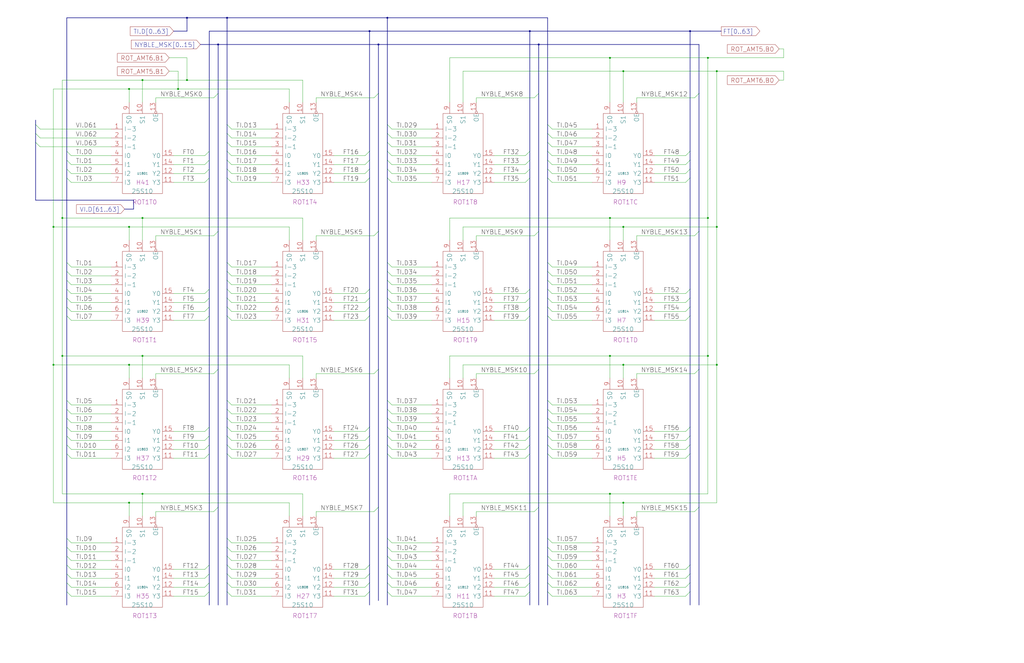
<source format=kicad_sch>
(kicad_sch (version 20250114) (generator "eeschema") (generator_version "9.0")
  (paper "User" 584.2 378.46)
  (title_block (title "ROTATOR TIER1/TYPE HALF") (date "20-MAR-90") (rev "1.0") (comment 1 "FIU") (comment 2 "232-003065") (comment 3 "S400") (comment 4 "RELEASED"))
  (junction (at 106.68 10.16))
  (junction (at 355.6 208.28))
  (junction (at 215.9 25.4))
  (junction (at 35.56 124.46))
  (junction (at 220.98 10.16))
  (junction (at 35.56 203.2))
  (junction (at 403.86 124.46))
  (junction (at 129.54 10.16))
  (junction (at 307.34 25.4))
  (junction (at 106.68 45.72))
  (junction (at 347.98 281.94))
  (junction (at 355.6 287.02))
  (junction (at 347.98 124.46))
  (junction (at 355.6 129.54))
  (junction (at 408.94 40.64))
  (junction (at 347.98 203.2))
  (junction (at 73.66 50.8))
  (junction (at 355.6 40.64))
  (junction (at 73.66 129.54))
  (junction (at 408.94 129.54))
  (junction (at 73.66 287.02))
  (junction (at 408.94 208.28))
  (junction (at 30.48 208.28))
  (junction (at 347.98 33.02))
  (junction (at 81.28 281.94))
  (junction (at 30.48 129.54))
  (junction (at 124.46 25.4))
  (junction (at 81.28 124.46))
  (junction (at 101.6 50.8))
  (junction (at 81.28 203.2))
  (junction (at 210.82 17.78))
  (junction (at 393.7 17.78))
  (junction (at 403.86 33.02))
  (junction (at 403.86 203.2))
  (junction (at 302.26 17.78))
  (junction (at 81.28 45.72))
  (junction (at 73.66 208.28))
  (bus_entry (at 312.42 96.52) (size 2.54 2.54))
  (bus_entry (at 307.34 289.56) (size -2.54 2.54))
  (bus_entry (at 393.7 337.82) (size -2.54 2.54))
  (bus_entry (at 38.1 322.58) (size 2.54 2.54))
  (bus_entry (at 393.7 170.18) (size -2.54 2.54))
  (bus_entry (at 129.54 259.08) (size 2.54 2.54))
  (bus_entry (at 129.54 233.68) (size 2.54 2.54))
  (bus_entry (at 393.7 91.44) (size -2.54 2.54))
  (bus_entry (at 312.42 180.34) (size 2.54 2.54))
  (bus_entry (at 312.42 101.6) (size 2.54 2.54))
  (bus_entry (at 220.98 322.58) (size 2.54 2.54))
  (bus_entry (at 124.46 210.82) (size -2.54 2.54))
  (bus_entry (at 220.98 248.92) (size 2.54 2.54))
  (bus_entry (at 220.98 96.52) (size 2.54 2.54))
  (bus_entry (at 129.54 228.6) (size 2.54 2.54))
  (bus_entry (at 129.54 149.86) (size 2.54 2.54))
  (bus_entry (at 129.54 170.18) (size 2.54 2.54))
  (bus_entry (at 393.7 101.6) (size -2.54 2.54))
  (bus_entry (at 312.42 149.86) (size 2.54 2.54))
  (bus_entry (at 215.9 53.34) (size -2.54 2.54))
  (bus_entry (at 220.98 154.94) (size 2.54 2.54))
  (bus_entry (at 312.42 160.02) (size 2.54 2.54))
  (bus_entry (at 302.26 243.84) (size -2.54 2.54))
  (bus_entry (at 312.42 248.92) (size 2.54 2.54))
  (bus_entry (at 220.98 160.02) (size 2.54 2.54))
  (bus_entry (at 129.54 175.26) (size 2.54 2.54))
  (bus_entry (at 38.1 180.34) (size 2.54 2.54))
  (bus_entry (at 220.98 332.74) (size 2.54 2.54))
  (bus_entry (at 393.7 175.26) (size -2.54 2.54))
  (bus_entry (at 312.42 332.74) (size 2.54 2.54))
  (bus_entry (at 38.1 238.76) (size 2.54 2.54))
  (bus_entry (at 38.1 243.84) (size 2.54 2.54))
  (bus_entry (at 119.38 248.92) (size -2.54 2.54))
  (bus_entry (at 312.42 228.6) (size 2.54 2.54))
  (bus_entry (at 312.42 337.82) (size 2.54 2.54))
  (bus_entry (at 398.78 289.56) (size -2.54 2.54))
  (bus_entry (at 302.26 337.82) (size -2.54 2.54))
  (bus_entry (at 210.82 96.52) (size -2.54 2.54))
  (bus_entry (at 220.98 243.84) (size 2.54 2.54))
  (bus_entry (at 398.78 210.82) (size -2.54 2.54))
  (bus_entry (at 119.38 254) (size -2.54 2.54))
  (bus_entry (at 393.7 165.1) (size -2.54 2.54))
  (bus_entry (at 20.32 71.12) (size 2.54 2.54))
  (bus_entry (at 38.1 154.94) (size 2.54 2.54))
  (bus_entry (at 119.38 332.74) (size -2.54 2.54))
  (bus_entry (at 393.7 322.58) (size -2.54 2.54))
  (bus_entry (at 220.98 175.26) (size 2.54 2.54))
  (bus_entry (at 38.1 160.02) (size 2.54 2.54))
  (bus_entry (at 124.46 53.34) (size -2.54 2.54))
  (bus_entry (at 38.1 91.44) (size 2.54 2.54))
  (bus_entry (at 119.38 86.36) (size -2.54 2.54))
  (bus_entry (at 210.82 254) (size -2.54 2.54))
  (bus_entry (at 312.42 154.94) (size 2.54 2.54))
  (bus_entry (at 393.7 254) (size -2.54 2.54))
  (bus_entry (at 38.1 175.26) (size 2.54 2.54))
  (bus_entry (at 38.1 259.08) (size 2.54 2.54))
  (bus_entry (at 210.82 248.92) (size -2.54 2.54))
  (bus_entry (at 312.42 233.68) (size 2.54 2.54))
  (bus_entry (at 215.9 132.08) (size -2.54 2.54))
  (bus_entry (at 398.78 132.08) (size -2.54 2.54))
  (bus_entry (at 220.98 317.5) (size 2.54 2.54))
  (bus_entry (at 129.54 86.36) (size 2.54 2.54))
  (bus_entry (at 129.54 91.44) (size 2.54 2.54))
  (bus_entry (at 312.42 170.18) (size 2.54 2.54))
  (bus_entry (at 393.7 180.34) (size -2.54 2.54))
  (bus_entry (at 129.54 307.34) (size 2.54 2.54))
  (bus_entry (at 119.38 170.18) (size -2.54 2.54))
  (bus_entry (at 38.1 337.82) (size 2.54 2.54))
  (bus_entry (at 124.46 132.08) (size -2.54 2.54))
  (bus_entry (at 129.54 243.84) (size 2.54 2.54))
  (bus_entry (at 307.34 132.08) (size -2.54 2.54))
  (bus_entry (at 38.1 228.6) (size 2.54 2.54))
  (bus_entry (at 215.9 289.56) (size -2.54 2.54))
  (bus_entry (at 129.54 337.82) (size 2.54 2.54))
  (bus_entry (at 312.42 81.28) (size 2.54 2.54))
  (bus_entry (at 119.38 175.26) (size -2.54 2.54))
  (bus_entry (at 312.42 238.76) (size 2.54 2.54))
  (bus_entry (at 210.82 175.26) (size -2.54 2.54))
  (bus_entry (at 210.82 259.08) (size -2.54 2.54))
  (bus_entry (at 302.26 86.36) (size -2.54 2.54))
  (bus_entry (at 129.54 96.52) (size 2.54 2.54))
  (bus_entry (at 393.7 259.08) (size -2.54 2.54))
  (bus_entry (at 302.26 322.58) (size -2.54 2.54))
  (bus_entry (at 220.98 165.1) (size 2.54 2.54))
  (bus_entry (at 312.42 175.26) (size 2.54 2.54))
  (bus_entry (at 220.98 238.76) (size 2.54 2.54))
  (bus_entry (at 20.32 81.28) (size 2.54 2.54))
  (bus_entry (at 210.82 86.36) (size -2.54 2.54))
  (bus_entry (at 38.1 317.5) (size 2.54 2.54))
  (bus_entry (at 302.26 180.34) (size -2.54 2.54))
  (bus_entry (at 393.7 243.84) (size -2.54 2.54))
  (bus_entry (at 220.98 71.12) (size 2.54 2.54))
  (bus_entry (at 302.26 165.1) (size -2.54 2.54))
  (bus_entry (at 220.98 149.86) (size 2.54 2.54))
  (bus_entry (at 302.26 254) (size -2.54 2.54))
  (bus_entry (at 129.54 322.58) (size 2.54 2.54))
  (bus_entry (at 119.38 101.6) (size -2.54 2.54))
  (bus_entry (at 210.82 337.82) (size -2.54 2.54))
  (bus_entry (at 38.1 101.6) (size 2.54 2.54))
  (bus_entry (at 210.82 332.74) (size -2.54 2.54))
  (bus_entry (at 210.82 165.1) (size -2.54 2.54))
  (bus_entry (at 119.38 96.52) (size -2.54 2.54))
  (bus_entry (at 210.82 322.58) (size -2.54 2.54))
  (bus_entry (at 393.7 248.92) (size -2.54 2.54))
  (bus_entry (at 129.54 76.2) (size 2.54 2.54))
  (bus_entry (at 312.42 243.84) (size 2.54 2.54))
  (bus_entry (at 38.1 233.68) (size 2.54 2.54))
  (bus_entry (at 129.54 154.94) (size 2.54 2.54))
  (bus_entry (at 215.9 210.82) (size -2.54 2.54))
  (bus_entry (at 312.42 165.1) (size 2.54 2.54))
  (bus_entry (at 220.98 259.08) (size 2.54 2.54))
  (bus_entry (at 38.1 327.66) (size 2.54 2.54))
  (bus_entry (at 312.42 312.42) (size 2.54 2.54))
  (bus_entry (at 38.1 248.92) (size 2.54 2.54))
  (bus_entry (at 312.42 327.66) (size 2.54 2.54))
  (bus_entry (at 393.7 96.52) (size -2.54 2.54))
  (bus_entry (at 129.54 327.66) (size 2.54 2.54))
  (bus_entry (at 38.1 165.1) (size 2.54 2.54))
  (bus_entry (at 220.98 81.28) (size 2.54 2.54))
  (bus_entry (at 129.54 81.28) (size 2.54 2.54))
  (bus_entry (at 210.82 170.18) (size -2.54 2.54))
  (bus_entry (at 220.98 91.44) (size 2.54 2.54))
  (bus_entry (at 38.1 254) (size 2.54 2.54))
  (bus_entry (at 220.98 327.66) (size 2.54 2.54))
  (bus_entry (at 302.26 332.74) (size -2.54 2.54))
  (bus_entry (at 119.38 322.58) (size -2.54 2.54))
  (bus_entry (at 210.82 327.66) (size -2.54 2.54))
  (bus_entry (at 220.98 101.6) (size 2.54 2.54))
  (bus_entry (at 119.38 243.84) (size -2.54 2.54))
  (bus_entry (at 220.98 312.42) (size 2.54 2.54))
  (bus_entry (at 307.34 53.34) (size -2.54 2.54))
  (bus_entry (at 119.38 259.08) (size -2.54 2.54))
  (bus_entry (at 119.38 91.44) (size -2.54 2.54))
  (bus_entry (at 220.98 76.2) (size 2.54 2.54))
  (bus_entry (at 312.42 322.58) (size 2.54 2.54))
  (bus_entry (at 129.54 248.92) (size 2.54 2.54))
  (bus_entry (at 302.26 248.92) (size -2.54 2.54))
  (bus_entry (at 38.1 332.74) (size 2.54 2.54))
  (bus_entry (at 312.42 307.34) (size 2.54 2.54))
  (bus_entry (at 119.38 337.82) (size -2.54 2.54))
  (bus_entry (at 210.82 180.34) (size -2.54 2.54))
  (bus_entry (at 129.54 254) (size 2.54 2.54))
  (bus_entry (at 307.34 210.82) (size -2.54 2.54))
  (bus_entry (at 129.54 160.02) (size 2.54 2.54))
  (bus_entry (at 119.38 327.66) (size -2.54 2.54))
  (bus_entry (at 302.26 96.52) (size -2.54 2.54))
  (bus_entry (at 302.26 170.18) (size -2.54 2.54))
  (bus_entry (at 220.98 233.68) (size 2.54 2.54))
  (bus_entry (at 129.54 332.74) (size 2.54 2.54))
  (bus_entry (at 220.98 170.18) (size 2.54 2.54))
  (bus_entry (at 129.54 101.6) (size 2.54 2.54))
  (bus_entry (at 398.78 53.34) (size -2.54 2.54))
  (bus_entry (at 312.42 76.2) (size 2.54 2.54))
  (bus_entry (at 38.1 170.18) (size 2.54 2.54))
  (bus_entry (at 38.1 307.34) (size 2.54 2.54))
  (bus_entry (at 312.42 86.36) (size 2.54 2.54))
  (bus_entry (at 393.7 86.36) (size -2.54 2.54))
  (bus_entry (at 312.42 91.44) (size 2.54 2.54))
  (bus_entry (at 129.54 165.1) (size 2.54 2.54))
  (bus_entry (at 220.98 228.6) (size 2.54 2.54))
  (bus_entry (at 124.46 289.56) (size -2.54 2.54))
  (bus_entry (at 220.98 180.34) (size 2.54 2.54))
  (bus_entry (at 20.32 76.2) (size 2.54 2.54))
  (bus_entry (at 38.1 86.36) (size 2.54 2.54))
  (bus_entry (at 312.42 254) (size 2.54 2.54))
  (bus_entry (at 220.98 254) (size 2.54 2.54))
  (bus_entry (at 312.42 71.12) (size 2.54 2.54))
  (bus_entry (at 302.26 327.66) (size -2.54 2.54))
  (bus_entry (at 302.26 175.26) (size -2.54 2.54))
  (bus_entry (at 129.54 180.34) (size 2.54 2.54))
  (bus_entry (at 220.98 86.36) (size 2.54 2.54))
  (bus_entry (at 129.54 238.76) (size 2.54 2.54))
  (bus_entry (at 119.38 165.1) (size -2.54 2.54))
  (bus_entry (at 38.1 96.52) (size 2.54 2.54))
  (bus_entry (at 302.26 101.6) (size -2.54 2.54))
  (bus_entry (at 119.38 180.34) (size -2.54 2.54))
  (bus_entry (at 302.26 91.44) (size -2.54 2.54))
  (bus_entry (at 302.26 259.08) (size -2.54 2.54))
  (bus_entry (at 393.7 327.66) (size -2.54 2.54))
  (bus_entry (at 210.82 91.44) (size -2.54 2.54))
  (bus_entry (at 129.54 312.42) (size 2.54 2.54))
  (bus_entry (at 129.54 71.12) (size 2.54 2.54))
  (bus_entry (at 210.82 101.6) (size -2.54 2.54))
  (bus_entry (at 393.7 332.74) (size -2.54 2.54))
  (bus_entry (at 38.1 149.86) (size 2.54 2.54))
  (bus_entry (at 220.98 307.34) (size 2.54 2.54))
  (bus_entry (at 312.42 317.5) (size 2.54 2.54))
  (bus_entry (at 210.82 243.84) (size -2.54 2.54))
  (bus_entry (at 312.42 259.08) (size 2.54 2.54))
  (bus_entry (at 129.54 317.5) (size 2.54 2.54))
  (bus_entry (at 220.98 337.82) (size 2.54 2.54))
  (bus_entry (at 38.1 312.42) (size 2.54 2.54))
  (bus (pts (xy 119.38 327.66) (xy 119.38 332.74)))
  (bus (pts (xy 210.82 254) (xy 210.82 259.08)))
  (bus (pts (xy 106.68 10.16) (xy 129.54 10.16)))
  (bus (pts (xy 119.38 243.84) (xy 119.38 248.92)))
  (bus (pts (xy 393.7 180.34) (xy 393.7 243.84)))
  (bus (pts (xy 393.7 327.66) (xy 393.7 332.74)))
  (bus (pts (xy 312.42 10.16) (xy 312.42 71.12)))
  (wire (pts (xy 40.64 309.88) (xy 63.5 309.88)))
  (wire (pts (xy 223.52 241.3) (xy 246.38 241.3)))
  (bus (pts (xy 312.42 76.2) (xy 312.42 81.28)))
  (wire (pts (xy 99.06 177.8) (xy 116.84 177.8)))
  (bus (pts (xy 220.98 165.1) (xy 220.98 170.18)))
  (bus (pts (xy 38.1 154.94) (xy 38.1 160.02)))
  (wire (pts (xy 314.96 152.4) (xy 337.82 152.4)))
  (bus (pts (xy 220.98 149.86) (xy 220.98 154.94)))
  (bus (pts (xy 312.42 86.36) (xy 312.42 91.44)))
  (wire (pts (xy 256.54 33.02) (xy 347.98 33.02)))
  (wire (pts (xy 73.66 129.54) (xy 165.1 129.54)))
  (bus (pts (xy 393.7 259.08) (xy 393.7 322.58)))
  (bus (pts (xy 119.38 91.44) (xy 119.38 96.52)))
  (wire (pts (xy 363.22 134.62) (xy 363.22 137.16)))
  (bus (pts (xy 129.54 160.02) (xy 129.54 165.1)))
  (wire (pts (xy 132.08 104.14) (xy 154.94 104.14)))
  (bus (pts (xy 398.78 25.4) (xy 398.78 53.34)))
  (wire (pts (xy 40.64 320.04) (xy 63.5 320.04)))
  (bus (pts (xy 215.9 53.34) (xy 215.9 132.08)))
  (bus (pts (xy 312.42 317.5) (xy 312.42 322.58)))
  (wire (pts (xy 40.64 246.38) (xy 63.5 246.38)))
  (bus (pts (xy 119.38 86.36) (xy 119.38 91.44)))
  (wire (pts (xy 172.72 203.2) (xy 172.72 215.9)))
  (bus (pts (xy 312.42 71.12) (xy 312.42 76.2)))
  (bus (pts (xy 129.54 312.42) (xy 129.54 317.5)))
  (wire (pts (xy 73.66 208.28) (xy 73.66 215.9)))
  (wire (pts (xy 314.96 236.22) (xy 337.82 236.22)))
  (wire (pts (xy 355.6 208.28) (xy 264.16 208.28)))
  (bus (pts (xy 38.1 312.42) (xy 38.1 317.5)))
  (wire (pts (xy 101.6 40.64) (xy 101.6 50.8)))
  (wire (pts (xy 132.08 83.82) (xy 154.94 83.82)))
  (wire (pts (xy 99.06 340.36) (xy 116.84 340.36)))
  (bus (pts (xy 312.42 248.92) (xy 312.42 254)))
  (wire (pts (xy 88.9 55.88) (xy 88.9 58.42)))
  (wire (pts (xy 256.54 281.94) (xy 256.54 294.64)))
  (wire (pts (xy 99.06 335.28) (xy 116.84 335.28)))
  (wire (pts (xy 40.64 231.14) (xy 63.5 231.14)))
  (bus (pts (xy 220.98 86.36) (xy 220.98 91.44)))
  (bus (pts (xy 220.98 259.08) (xy 220.98 307.34)))
  (wire (pts (xy 132.08 261.62) (xy 154.94 261.62)))
  (wire (pts (xy 180.34 292.1) (xy 180.34 294.64)))
  (wire (pts (xy 172.72 45.72) (xy 172.72 58.42)))
  (bus (pts (xy 129.54 307.34) (xy 129.54 312.42)))
  (bus (pts (xy 393.7 91.44) (xy 393.7 96.52)))
  (wire (pts (xy 81.28 281.94) (xy 81.28 294.64)))
  (bus (pts (xy 38.1 238.76) (xy 38.1 243.84)))
  (bus (pts (xy 307.34 210.82) (xy 307.34 289.56)))
  (wire (pts (xy 99.06 99.06) (xy 116.84 99.06)))
  (wire (pts (xy 165.1 287.02) (xy 165.1 294.64)))
  (wire (pts (xy 314.96 182.88) (xy 337.82 182.88)))
  (wire (pts (xy 223.52 162.56) (xy 246.38 162.56)))
  (bus (pts (xy 312.42 149.86) (xy 312.42 154.94)))
  (bus (pts (xy 220.98 91.44) (xy 220.98 96.52)))
  (bus (pts (xy 119.38 180.34) (xy 119.38 243.84)))
  (wire (pts (xy 106.68 45.72) (xy 172.72 45.72)))
  (wire (pts (xy 132.08 256.54) (xy 154.94 256.54)))
  (bus (pts (xy 38.1 175.26) (xy 38.1 180.34)))
  (wire (pts (xy 132.08 314.96) (xy 154.94 314.96)))
  (bus (pts (xy 220.98 243.84) (xy 220.98 248.92)))
  (bus (pts (xy 99.06 17.78) (xy 106.68 17.78)))
  (wire (pts (xy 281.94 93.98) (xy 299.72 93.98)))
  (bus (pts (xy 220.98 170.18) (xy 220.98 175.26)))
  (wire (pts (xy 271.78 134.62) (xy 271.78 137.16)))
  (wire (pts (xy 40.64 177.8) (xy 63.5 177.8)))
  (wire (pts (xy 190.5 104.14) (xy 208.28 104.14)))
  (bus (pts (xy 38.1 101.6) (xy 38.1 149.86)))
  (wire (pts (xy 132.08 246.38) (xy 154.94 246.38)))
  (bus (pts (xy 210.82 17.78) (xy 210.82 86.36)))
  (bus (pts (xy 220.98 312.42) (xy 220.98 317.5)))
  (wire (pts (xy 373.38 93.98) (xy 391.16 93.98)))
  (bus (pts (xy 312.42 91.44) (xy 312.42 96.52)))
  (bus (pts (xy 393.7 17.78) (xy 411.48 17.78)))
  (bus (pts (xy 312.42 180.34) (xy 312.42 228.6)))
  (wire (pts (xy 373.38 99.06) (xy 391.16 99.06)))
  (bus (pts (xy 302.26 165.1) (xy 302.26 170.18)))
  (wire (pts (xy 190.5 167.64) (xy 208.28 167.64)))
  (wire (pts (xy 81.28 281.94) (xy 35.56 281.94)))
  (bus (pts (xy 76.2 119.38) (xy 76.2 114.3)))
  (bus (pts (xy 220.98 248.92) (xy 220.98 254)))
  (bus (pts (xy 210.82 259.08) (xy 210.82 322.58)))
  (wire (pts (xy 99.06 167.64) (xy 116.84 167.64)))
  (wire (pts (xy 264.16 287.02) (xy 355.6 287.02)))
  (wire (pts (xy 190.5 340.36) (xy 208.28 340.36)))
  (bus (pts (xy 129.54 81.28) (xy 129.54 86.36)))
  (wire (pts (xy 223.52 182.88) (xy 246.38 182.88)))
  (wire (pts (xy 30.48 208.28) (xy 30.48 129.54)))
  (bus (pts (xy 129.54 10.16) (xy 129.54 71.12)))
  (bus (pts (xy 129.54 175.26) (xy 129.54 180.34)))
  (bus (pts (xy 129.54 327.66) (xy 129.54 332.74)))
  (wire (pts (xy 264.16 208.28) (xy 264.16 215.9)))
  (bus (pts (xy 71.12 119.38) (xy 76.2 119.38)))
  (bus (pts (xy 302.26 332.74) (xy 302.26 337.82)))
  (bus (pts (xy 220.98 160.02) (xy 220.98 165.1)))
  (bus (pts (xy 210.82 322.58) (xy 210.82 327.66)))
  (wire (pts (xy 408.94 287.02) (xy 408.94 208.28)))
  (wire (pts (xy 30.48 208.28) (xy 73.66 208.28)))
  (bus (pts (xy 129.54 180.34) (xy 129.54 228.6)))
  (wire (pts (xy 223.52 335.28) (xy 246.38 335.28)))
  (wire (pts (xy 180.34 213.36) (xy 180.34 215.9)))
  (wire (pts (xy 132.08 73.66) (xy 154.94 73.66)))
  (wire (pts (xy 264.16 40.64) (xy 264.16 58.42)))
  (bus (pts (xy 312.42 254) (xy 312.42 259.08)))
  (bus (pts (xy 119.38 248.92) (xy 119.38 254)))
  (wire (pts (xy 314.96 93.98) (xy 337.82 93.98)))
  (wire (pts (xy 373.38 330.2) (xy 391.16 330.2)))
  (bus (pts (xy 312.42 81.28) (xy 312.42 86.36)))
  (wire (pts (xy 347.98 33.02) (xy 403.86 33.02)))
  (wire (pts (xy 132.08 320.04) (xy 154.94 320.04)))
  (bus (pts (xy 312.42 160.02) (xy 312.42 165.1)))
  (wire (pts (xy 35.56 203.2) (xy 81.28 203.2)))
  (bus (pts (xy 129.54 96.52) (xy 129.54 101.6)))
  (bus (pts (xy 38.1 337.82) (xy 38.1 345.44)))
  (bus (pts (xy 393.7 175.26) (xy 393.7 180.34)))
  (wire (pts (xy 73.66 287.02) (xy 30.48 287.02)))
  (wire (pts (xy 73.66 50.8) (xy 101.6 50.8)))
  (wire (pts (xy 281.94 99.06) (xy 299.72 99.06)))
  (bus (pts (xy 302.26 327.66) (xy 302.26 332.74)))
  (bus (pts (xy 129.54 254) (xy 129.54 259.08)))
  (wire (pts (xy 281.94 246.38) (xy 299.72 246.38)))
  (wire (pts (xy 132.08 251.46) (xy 154.94 251.46)))
  (bus (pts (xy 302.26 96.52) (xy 302.26 101.6)))
  (wire (pts (xy 190.5 172.72) (xy 208.28 172.72)))
  (bus (pts (xy 210.82 96.52) (xy 210.82 101.6)))
  (bus (pts (xy 119.38 322.58) (xy 119.38 327.66)))
  (wire (pts (xy 223.52 236.22) (xy 246.38 236.22)))
  (wire (pts (xy 355.6 129.54) (xy 408.94 129.54)))
  (wire (pts (xy 99.06 182.88) (xy 116.84 182.88)))
  (wire (pts (xy 444.5 45.72) (xy 447.04 45.72)))
  (bus (pts (xy 119.38 96.52) (xy 119.38 101.6)))
  (bus (pts (xy 210.82 175.26) (xy 210.82 180.34)))
  (wire (pts (xy 444.5 27.94) (xy 447.04 27.94)))
  (wire (pts (xy 314.96 340.36) (xy 337.82 340.36)))
  (bus (pts (xy 38.1 165.1) (xy 38.1 170.18)))
  (wire (pts (xy 314.96 78.74) (xy 337.82 78.74)))
  (wire (pts (xy 355.6 40.64) (xy 408.94 40.64)))
  (bus (pts (xy 38.1 170.18) (xy 38.1 175.26)))
  (wire (pts (xy 132.08 78.74) (xy 154.94 78.74)))
  (bus (pts (xy 119.38 175.26) (xy 119.38 180.34)))
  (wire (pts (xy 99.06 256.54) (xy 116.84 256.54)))
  (wire (pts (xy 30.48 50.8) (xy 73.66 50.8)))
  (bus (pts (xy 38.1 317.5) (xy 38.1 322.58)))
  (wire (pts (xy 373.38 104.14) (xy 391.16 104.14)))
  (wire (pts (xy 165.1 50.8) (xy 165.1 58.42)))
  (bus (pts (xy 129.54 233.68) (xy 129.54 238.76)))
  (bus (pts (xy 220.98 180.34) (xy 220.98 228.6)))
  (wire (pts (xy 347.98 281.94) (xy 403.86 281.94)))
  (wire (pts (xy 363.22 292.1) (xy 363.22 294.64)))
  (bus (pts (xy 129.54 76.2) (xy 129.54 81.28)))
  (wire (pts (xy 403.86 281.94) (xy 403.86 203.2)))
  (wire (pts (xy 403.86 203.2) (xy 347.98 203.2)))
  (bus (pts (xy 124.46 53.34) (xy 124.46 132.08)))
  (bus (pts (xy 210.82 170.18) (xy 210.82 175.26)))
  (wire (pts (xy 81.28 203.2) (xy 172.72 203.2)))
  (bus (pts (xy 302.26 170.18) (xy 302.26 175.26)))
  (wire (pts (xy 373.38 251.46) (xy 391.16 251.46)))
  (bus (pts (xy 38.1 233.68) (xy 38.1 238.76)))
  (wire (pts (xy 101.6 50.8) (xy 165.1 50.8)))
  (wire (pts (xy 373.38 167.64) (xy 391.16 167.64)))
  (bus (pts (xy 129.54 86.36) (xy 129.54 91.44)))
  (bus (pts (xy 220.98 96.52) (xy 220.98 101.6)))
  (bus (pts (xy 119.38 101.6) (xy 119.38 165.1)))
  (bus (pts (xy 38.1 243.84) (xy 38.1 248.92)))
  (wire (pts (xy 40.64 99.06) (xy 63.5 99.06)))
  (bus (pts (xy 38.1 228.6) (xy 38.1 233.68)))
  (wire (pts (xy 373.38 182.88) (xy 391.16 182.88)))
  (wire (pts (xy 223.52 314.96) (xy 246.38 314.96)))
  (wire (pts (xy 40.64 172.72) (xy 63.5 172.72)))
  (bus (pts (xy 38.1 149.86) (xy 38.1 154.94)))
  (wire (pts (xy 403.86 124.46) (xy 403.86 203.2)))
  (bus (pts (xy 210.82 101.6) (xy 210.82 165.1)))
  (wire (pts (xy 99.06 330.2) (xy 116.84 330.2)))
  (bus (pts (xy 302.26 17.78) (xy 393.7 17.78)))
  (wire (pts (xy 403.86 33.02) (xy 403.86 124.46)))
  (bus (pts (xy 307.34 25.4) (xy 307.34 53.34)))
  (bus (pts (xy 220.98 10.16) (xy 312.42 10.16)))
  (wire (pts (xy 281.94 340.36) (xy 299.72 340.36)))
  (wire (pts (xy 373.38 261.62) (xy 391.16 261.62)))
  (bus (pts (xy 398.78 132.08) (xy 398.78 210.82)))
  (bus (pts (xy 302.26 86.36) (xy 302.26 91.44)))
  (wire (pts (xy 132.08 157.48) (xy 154.94 157.48)))
  (wire (pts (xy 132.08 340.36) (xy 154.94 340.36)))
  (wire (pts (xy 40.64 182.88) (xy 63.5 182.88)))
  (wire (pts (xy 223.52 172.72) (xy 246.38 172.72)))
  (bus (pts (xy 312.42 165.1) (xy 312.42 170.18)))
  (wire (pts (xy 373.38 172.72) (xy 391.16 172.72)))
  (wire (pts (xy 347.98 124.46) (xy 403.86 124.46)))
  (wire (pts (xy 73.66 50.8) (xy 73.66 58.42)))
  (wire (pts (xy 223.52 88.9) (xy 246.38 88.9)))
  (bus (pts (xy 312.42 170.18) (xy 312.42 175.26)))
  (bus (pts (xy 20.32 68.58) (xy 20.32 71.12)))
  (bus (pts (xy 129.54 91.44) (xy 129.54 96.52)))
  (bus (pts (xy 312.42 243.84) (xy 312.42 248.92)))
  (bus (pts (xy 38.1 180.34) (xy 38.1 228.6)))
  (wire (pts (xy 281.94 335.28) (xy 299.72 335.28)))
  (wire (pts (xy 271.78 55.88) (xy 304.8 55.88)))
  (bus (pts (xy 129.54 259.08) (xy 129.54 307.34)))
  (bus (pts (xy 398.78 210.82) (xy 398.78 289.56)))
  (wire (pts (xy 314.96 177.8) (xy 337.82 177.8)))
  (wire (pts (xy 88.9 292.1) (xy 121.92 292.1)))
  (bus (pts (xy 307.34 289.56) (xy 307.34 345.44)))
  (wire (pts (xy 99.06 93.98) (xy 116.84 93.98)))
  (bus (pts (xy 215.9 25.4) (xy 215.9 53.34)))
  (wire (pts (xy 190.5 335.28) (xy 208.28 335.28)))
  (wire (pts (xy 256.54 203.2) (xy 256.54 215.9)))
  (wire (pts (xy 347.98 124.46) (xy 347.98 137.16)))
  (wire (pts (xy 264.16 129.54) (xy 264.16 137.16)))
  (wire (pts (xy 314.96 162.56) (xy 337.82 162.56)))
  (wire (pts (xy 314.96 73.66) (xy 337.82 73.66)))
  (wire (pts (xy 256.54 124.46) (xy 347.98 124.46)))
  (wire (pts (xy 165.1 208.28) (xy 165.1 215.9)))
  (bus (pts (xy 312.42 259.08) (xy 312.42 307.34)))
  (wire (pts (xy 281.94 88.9) (xy 299.72 88.9)))
  (bus (pts (xy 119.38 254) (xy 119.38 259.08)))
  (bus (pts (xy 114.3 25.4) (xy 124.46 25.4)))
  (wire (pts (xy 96.52 40.64) (xy 101.6 40.64)))
  (bus (pts (xy 124.46 210.82) (xy 124.46 289.56)))
  (wire (pts (xy 373.38 335.28) (xy 391.16 335.28)))
  (wire (pts (xy 81.28 124.46) (xy 172.72 124.46)))
  (bus (pts (xy 393.7 337.82) (xy 393.7 345.44)))
  (bus (pts (xy 393.7 86.36) (xy 393.7 91.44)))
  (wire (pts (xy 355.6 40.64) (xy 355.6 58.42)))
  (wire (pts (xy 190.5 177.8) (xy 208.28 177.8)))
  (bus (pts (xy 302.26 175.26) (xy 302.26 180.34)))
  (bus (pts (xy 302.26 243.84) (xy 302.26 248.92)))
  (bus (pts (xy 210.82 17.78) (xy 302.26 17.78)))
  (bus (pts (xy 398.78 53.34) (xy 398.78 132.08)))
  (wire (pts (xy 40.64 93.98) (xy 63.5 93.98)))
  (bus (pts (xy 129.54 149.86) (xy 129.54 154.94)))
  (wire (pts (xy 88.9 213.36) (xy 88.9 215.9)))
  (bus (pts (xy 393.7 101.6) (xy 393.7 165.1)))
  (bus (pts (xy 119.38 170.18) (xy 119.38 175.26)))
  (bus (pts (xy 215.9 210.82) (xy 215.9 289.56)))
  (wire (pts (xy 35.56 203.2) (xy 35.56 124.46)))
  (wire (pts (xy 22.86 83.82) (xy 63.5 83.82)))
  (wire (pts (xy 99.06 246.38) (xy 116.84 246.38)))
  (wire (pts (xy 281.94 251.46) (xy 299.72 251.46)))
  (wire (pts (xy 271.78 55.88) (xy 271.78 58.42)))
  (wire (pts (xy 132.08 172.72) (xy 154.94 172.72)))
  (wire (pts (xy 271.78 292.1) (xy 304.8 292.1)))
  (wire (pts (xy 223.52 167.64) (xy 246.38 167.64)))
  (wire (pts (xy 373.38 325.12) (xy 391.16 325.12)))
  (bus (pts (xy 312.42 96.52) (xy 312.42 101.6)))
  (wire (pts (xy 373.38 177.8) (xy 391.16 177.8)))
  (wire (pts (xy 40.64 256.54) (xy 63.5 256.54)))
  (wire (pts (xy 363.22 134.62) (xy 396.24 134.62)))
  (wire (pts (xy 30.48 129.54) (xy 30.48 50.8)))
  (wire (pts (xy 314.96 261.62) (xy 337.82 261.62)))
  (wire (pts (xy 40.64 104.14) (xy 63.5 104.14)))
  (wire (pts (xy 40.64 152.4) (xy 63.5 152.4)))
  (bus (pts (xy 129.54 154.94) (xy 129.54 160.02)))
  (bus (pts (xy 210.82 243.84) (xy 210.82 248.92)))
  (wire (pts (xy 40.64 236.22) (xy 63.5 236.22)))
  (bus (pts (xy 20.32 76.2) (xy 20.32 81.28)))
  (wire (pts (xy 190.5 256.54) (xy 208.28 256.54)))
  (bus (pts (xy 210.82 165.1) (xy 210.82 170.18)))
  (bus (pts (xy 38.1 248.92) (xy 38.1 254)))
  (bus (pts (xy 129.54 243.84) (xy 129.54 248.92)))
  (wire (pts (xy 281.94 177.8) (xy 299.72 177.8)))
  (bus (pts (xy 38.1 322.58) (xy 38.1 327.66)))
  (bus (pts (xy 129.54 248.92) (xy 129.54 254)))
  (wire (pts (xy 271.78 134.62) (xy 304.8 134.62)))
  (bus (pts (xy 210.82 248.92) (xy 210.82 254)))
  (wire (pts (xy 223.52 78.74) (xy 246.38 78.74)))
  (wire (pts (xy 40.64 88.9) (xy 63.5 88.9)))
  (bus (pts (xy 302.26 101.6) (xy 302.26 165.1)))
  (wire (pts (xy 81.28 45.72) (xy 81.28 58.42)))
  (wire (pts (xy 223.52 246.38) (xy 246.38 246.38)))
  (wire (pts (xy 99.06 172.72) (xy 116.84 172.72)))
  (wire (pts (xy 314.96 172.72) (xy 337.82 172.72)))
  (wire (pts (xy 132.08 162.56) (xy 154.94 162.56)))
  (wire (pts (xy 314.96 246.38) (xy 337.82 246.38)))
  (bus (pts (xy 38.1 160.02) (xy 38.1 165.1)))
  (bus (pts (xy 220.98 337.82) (xy 220.98 345.44)))
  (wire (pts (xy 447.04 27.94) (xy 447.04 33.02)))
  (bus (pts (xy 393.7 243.84) (xy 393.7 248.92)))
  (bus (pts (xy 220.98 307.34) (xy 220.98 312.42)))
  (bus (pts (xy 38.1 10.16) (xy 106.68 10.16)))
  (wire (pts (xy 172.72 124.46) (xy 172.72 137.16)))
  (bus (pts (xy 302.26 248.92) (xy 302.26 254)))
  (wire (pts (xy 190.5 246.38) (xy 208.28 246.38)))
  (wire (pts (xy 408.94 208.28) (xy 355.6 208.28)))
  (bus (pts (xy 106.68 17.78) (xy 106.68 10.16)))
  (bus (pts (xy 38.1 86.36) (xy 38.1 91.44)))
  (bus (pts (xy 393.7 322.58) (xy 393.7 327.66)))
  (wire (pts (xy 132.08 335.28) (xy 154.94 335.28)))
  (bus (pts (xy 393.7 96.52) (xy 393.7 101.6)))
  (bus (pts (xy 38.1 254) (xy 38.1 259.08)))
  (wire (pts (xy 223.52 104.14) (xy 246.38 104.14)))
  (bus (pts (xy 312.42 175.26) (xy 312.42 180.34)))
  (wire (pts (xy 314.96 83.82) (xy 337.82 83.82)))
  (wire (pts (xy 99.06 261.62) (xy 116.84 261.62)))
  (bus (pts (xy 129.54 238.76) (xy 129.54 243.84)))
  (wire (pts (xy 314.96 309.88) (xy 337.82 309.88)))
  (wire (pts (xy 223.52 152.4) (xy 246.38 152.4)))
  (wire (pts (xy 99.06 104.14) (xy 116.84 104.14)))
  (wire (pts (xy 281.94 256.54) (xy 299.72 256.54)))
  (bus (pts (xy 393.7 254) (xy 393.7 259.08)))
  (bus (pts (xy 129.54 332.74) (xy 129.54 337.82)))
  (bus (pts (xy 220.98 238.76) (xy 220.98 243.84)))
  (bus (pts (xy 210.82 91.44) (xy 210.82 96.52)))
  (wire (pts (xy 40.64 340.36) (xy 63.5 340.36)))
  (wire (pts (xy 408.94 40.64) (xy 408.94 129.54)))
  (bus (pts (xy 210.82 86.36) (xy 210.82 91.44)))
  (wire (pts (xy 40.64 261.62) (xy 63.5 261.62)))
  (bus (pts (xy 307.34 25.4) (xy 398.78 25.4)))
  (wire (pts (xy 223.52 177.8) (xy 246.38 177.8)))
  (wire (pts (xy 180.34 55.88) (xy 213.36 55.88)))
  (bus (pts (xy 393.7 17.78) (xy 393.7 86.36)))
  (wire (pts (xy 314.96 335.28) (xy 337.82 335.28)))
  (wire (pts (xy 314.96 251.46) (xy 337.82 251.46)))
  (bus (pts (xy 312.42 322.58) (xy 312.42 327.66)))
  (wire (pts (xy 281.94 172.72) (xy 299.72 172.72)))
  (wire (pts (xy 314.96 88.9) (xy 337.82 88.9)))
  (bus (pts (xy 220.98 71.12) (xy 220.98 76.2)))
  (wire (pts (xy 281.94 167.64) (xy 299.72 167.64)))
  (wire (pts (xy 99.06 88.9) (xy 116.84 88.9)))
  (wire (pts (xy 132.08 167.64) (xy 154.94 167.64)))
  (bus (pts (xy 312.42 337.82) (xy 312.42 345.44)))
  (bus (pts (xy 215.9 132.08) (xy 215.9 210.82)))
  (wire (pts (xy 363.22 213.36) (xy 363.22 215.9)))
  (wire (pts (xy 223.52 231.14) (xy 246.38 231.14)))
  (bus (pts (xy 119.38 337.82) (xy 119.38 345.44)))
  (wire (pts (xy 314.96 256.54) (xy 337.82 256.54)))
  (wire (pts (xy 223.52 73.66) (xy 246.38 73.66)))
  (wire (pts (xy 223.52 99.06) (xy 246.38 99.06)))
  (bus (pts (xy 302.26 254) (xy 302.26 259.08)))
  (wire (pts (xy 347.98 203.2) (xy 256.54 203.2)))
  (wire (pts (xy 180.34 134.62) (xy 213.36 134.62)))
  (wire (pts (xy 271.78 213.36) (xy 271.78 215.9)))
  (bus (pts (xy 393.7 170.18) (xy 393.7 175.26)))
  (bus (pts (xy 312.42 101.6) (xy 312.42 149.86)))
  (wire (pts (xy 180.34 55.88) (xy 180.34 58.42)))
  (bus (pts (xy 129.54 101.6) (xy 129.54 149.86)))
  (wire (pts (xy 73.66 287.02) (xy 73.66 294.64)))
  (wire (pts (xy 81.28 281.94) (xy 172.72 281.94)))
  (wire (pts (xy 88.9 213.36) (xy 121.92 213.36)))
  (bus (pts (xy 119.38 17.78) (xy 210.82 17.78)))
  (bus (pts (xy 129.54 317.5) (xy 129.54 322.58)))
  (wire (pts (xy 223.52 83.82) (xy 246.38 83.82)))
  (wire (pts (xy 355.6 129.54) (xy 355.6 137.16)))
  (wire (pts (xy 373.38 256.54) (xy 391.16 256.54)))
  (wire (pts (xy 180.34 292.1) (xy 213.36 292.1)))
  (bus (pts (xy 129.54 322.58) (xy 129.54 327.66)))
  (bus (pts (xy 119.38 332.74) (xy 119.38 337.82)))
  (bus (pts (xy 302.26 91.44) (xy 302.26 96.52)))
  (wire (pts (xy 40.64 251.46) (xy 63.5 251.46)))
  (wire (pts (xy 132.08 236.22) (xy 154.94 236.22)))
  (wire (pts (xy 314.96 157.48) (xy 337.82 157.48)))
  (wire (pts (xy 190.5 88.9) (xy 208.28 88.9)))
  (wire (pts (xy 256.54 124.46) (xy 256.54 137.16)))
  (wire (pts (xy 40.64 162.56) (xy 63.5 162.56)))
  (wire (pts (xy 165.1 129.54) (xy 165.1 137.16)))
  (wire (pts (xy 373.38 246.38) (xy 391.16 246.38)))
  (bus (pts (xy 312.42 154.94) (xy 312.42 160.02)))
  (wire (pts (xy 96.52 33.02) (xy 106.68 33.02)))
  (wire (pts (xy 180.34 134.62) (xy 180.34 137.16)))
  (wire (pts (xy 223.52 251.46) (xy 246.38 251.46)))
  (wire (pts (xy 40.64 330.2) (xy 63.5 330.2)))
  (wire (pts (xy 35.56 281.94) (xy 35.56 203.2)))
  (wire (pts (xy 355.6 287.02) (xy 408.94 287.02)))
  (wire (pts (xy 73.66 208.28) (xy 165.1 208.28)))
  (bus (pts (xy 38.1 91.44) (xy 38.1 96.52)))
  (bus (pts (xy 220.98 101.6) (xy 220.98 149.86)))
  (wire (pts (xy 190.5 182.88) (xy 208.28 182.88)))
  (bus (pts (xy 220.98 228.6) (xy 220.98 233.68)))
  (bus (pts (xy 307.34 53.34) (xy 307.34 132.08)))
  (bus (pts (xy 20.32 81.28) (xy 20.32 114.3)))
  (wire (pts (xy 22.86 73.66) (xy 63.5 73.66)))
  (wire (pts (xy 314.96 241.3) (xy 337.82 241.3)))
  (bus (pts (xy 210.82 332.74) (xy 210.82 337.82)))
  (bus (pts (xy 38.1 307.34) (xy 38.1 312.42)))
  (wire (pts (xy 106.68 33.02) (xy 106.68 45.72)))
  (bus (pts (xy 20.32 71.12) (xy 20.32 76.2)))
  (wire (pts (xy 132.08 231.14) (xy 154.94 231.14)))
  (wire (pts (xy 363.22 292.1) (xy 396.24 292.1)))
  (bus (pts (xy 210.82 337.82) (xy 210.82 345.44)))
  (bus (pts (xy 312.42 307.34) (xy 312.42 312.42)))
  (wire (pts (xy 132.08 309.88) (xy 154.94 309.88)))
  (wire (pts (xy 447.04 40.64) (xy 408.94 40.64)))
  (wire (pts (xy 99.06 325.12) (xy 116.84 325.12)))
  (wire (pts (xy 22.86 78.74) (xy 63.5 78.74)))
  (bus (pts (xy 220.98 154.94) (xy 220.98 160.02)))
  (bus (pts (xy 210.82 327.66) (xy 210.82 332.74)))
  (wire (pts (xy 314.96 325.12) (xy 337.82 325.12)))
  (wire (pts (xy 132.08 99.06) (xy 154.94 99.06)))
  (wire (pts (xy 88.9 134.62) (xy 121.92 134.62)))
  (bus (pts (xy 220.98 81.28) (xy 220.98 86.36)))
  (bus (pts (xy 312.42 332.74) (xy 312.42 337.82)))
  (wire (pts (xy 180.34 213.36) (xy 213.36 213.36)))
  (wire (pts (xy 88.9 55.88) (xy 121.92 55.88)))
  (bus (pts (xy 129.54 71.12) (xy 129.54 76.2)))
  (bus (pts (xy 124.46 132.08) (xy 124.46 210.82)))
  (wire (pts (xy 314.96 104.14) (xy 337.82 104.14)))
  (wire (pts (xy 264.16 40.64) (xy 355.6 40.64)))
  (wire (pts (xy 408.94 129.54) (xy 408.94 208.28)))
  (wire (pts (xy 347.98 281.94) (xy 347.98 294.64)))
  (bus (pts (xy 124.46 289.56) (xy 124.46 345.44)))
  (bus (pts (xy 220.98 10.16) (xy 220.98 71.12)))
  (bus (pts (xy 38.1 259.08) (xy 38.1 307.34)))
  (wire (pts (xy 132.08 93.98) (xy 154.94 93.98)))
  (wire (pts (xy 35.56 124.46) (xy 35.56 45.72)))
  (wire (pts (xy 81.28 203.2) (xy 81.28 215.9)))
  (wire (pts (xy 190.5 93.98) (xy 208.28 93.98)))
  (wire (pts (xy 355.6 208.28) (xy 355.6 215.9)))
  (bus (pts (xy 312.42 228.6) (xy 312.42 233.68)))
  (wire (pts (xy 223.52 157.48) (xy 246.38 157.48)))
  (wire (pts (xy 314.96 314.96) (xy 337.82 314.96)))
  (wire (pts (xy 223.52 330.2) (xy 246.38 330.2)))
  (wire (pts (xy 363.22 55.88) (xy 396.24 55.88)))
  (bus (pts (xy 119.38 259.08) (xy 119.38 322.58)))
  (wire (pts (xy 223.52 325.12) (xy 246.38 325.12)))
  (wire (pts (xy 40.64 157.48) (xy 63.5 157.48)))
  (bus (pts (xy 129.54 228.6) (xy 129.54 233.68)))
  (wire (pts (xy 172.72 281.94) (xy 172.72 294.64)))
  (wire (pts (xy 190.5 325.12) (xy 208.28 325.12)))
  (bus (pts (xy 393.7 248.92) (xy 393.7 254)))
  (wire (pts (xy 223.52 340.36) (xy 246.38 340.36)))
  (wire (pts (xy 40.64 325.12) (xy 63.5 325.12)))
  (bus (pts (xy 215.9 289.56) (xy 215.9 342.9)))
  (wire (pts (xy 30.48 129.54) (xy 73.66 129.54)))
  (wire (pts (xy 447.04 45.72) (xy 447.04 40.64)))
  (wire (pts (xy 281.94 325.12) (xy 299.72 325.12)))
  (wire (pts (xy 281.94 104.14) (xy 299.72 104.14)))
  (wire (pts (xy 314.96 330.2) (xy 337.82 330.2)))
  (bus (pts (xy 220.98 175.26) (xy 220.98 180.34)))
  (bus (pts (xy 302.26 259.08) (xy 302.26 322.58)))
  (bus (pts (xy 210.82 180.34) (xy 210.82 243.84)))
  (bus (pts (xy 124.46 25.4) (xy 215.9 25.4)))
  (bus (pts (xy 220.98 317.5) (xy 220.98 322.58)))
  (bus (pts (xy 302.26 17.78) (xy 302.26 86.36)))
  (bus (pts (xy 38.1 96.52) (xy 38.1 101.6)))
  (wire (pts (xy 81.28 45.72) (xy 106.68 45.72)))
  (wire (pts (xy 88.9 134.62) (xy 88.9 137.16)))
  (wire (pts (xy 190.5 99.06) (xy 208.28 99.06)))
  (wire (pts (xy 363.22 55.88) (xy 363.22 58.42)))
  (wire (pts (xy 132.08 325.12) (xy 154.94 325.12)))
  (wire (pts (xy 281.94 182.88) (xy 299.72 182.88)))
  (wire (pts (xy 264.16 287.02) (xy 264.16 294.64)))
  (wire (pts (xy 281.94 261.62) (xy 299.72 261.62)))
  (bus (pts (xy 129.54 337.82) (xy 129.54 345.44)))
  (wire (pts (xy 223.52 309.88) (xy 246.38 309.88)))
  (wire (pts (xy 256.54 281.94) (xy 347.98 281.94)))
  (wire (pts (xy 271.78 213.36) (xy 304.8 213.36)))
  (bus (pts (xy 215.9 25.4) (xy 307.34 25.4)))
  (wire (pts (xy 314.96 320.04) (xy 337.82 320.04)))
  (wire (pts (xy 347.98 33.02) (xy 347.98 58.42)))
  (bus (pts (xy 307.34 132.08) (xy 307.34 210.82)))
  (wire (pts (xy 190.5 330.2) (xy 208.28 330.2)))
  (wire (pts (xy 314.96 231.14) (xy 337.82 231.14)))
  (wire (pts (xy 132.08 177.8) (xy 154.94 177.8)))
  (wire (pts (xy 223.52 261.62) (xy 246.38 261.62)))
  (wire (pts (xy 132.08 152.4) (xy 154.94 152.4)))
  (wire (pts (xy 223.52 320.04) (xy 246.38 320.04)))
  (bus (pts (xy 312.42 233.68) (xy 312.42 238.76)))
  (bus (pts (xy 119.38 165.1) (xy 119.38 170.18)))
  (wire (pts (xy 281.94 330.2) (xy 299.72 330.2)))
  (wire (pts (xy 73.66 129.54) (xy 73.66 137.16)))
  (wire (pts (xy 447.04 33.02) (xy 403.86 33.02)))
  (wire (pts (xy 363.22 213.36) (xy 396.24 213.36)))
  (bus (pts (xy 129.54 10.16) (xy 220.98 10.16)))
  (wire (pts (xy 40.64 167.64) (xy 63.5 167.64)))
  (bus (pts (xy 220.98 332.74) (xy 220.98 337.82)))
  (wire (pts (xy 373.38 340.36) (xy 391.16 340.36)))
  (bus (pts (xy 220.98 233.68) (xy 220.98 238.76)))
  (bus (pts (xy 220.98 322.58) (xy 220.98 327.66)))
  (bus (pts (xy 393.7 332.74) (xy 393.7 337.82)))
  (bus (pts (xy 129.54 170.18) (xy 129.54 175.26)))
  (wire (pts (xy 30.48 287.02) (xy 30.48 208.28)))
  (bus (pts (xy 129.54 165.1) (xy 129.54 170.18)))
  (wire (pts (xy 223.52 93.98) (xy 246.38 93.98)))
  (wire (pts (xy 373.38 88.9) (xy 391.16 88.9)))
  (wire (pts (xy 190.5 261.62) (xy 208.28 261.62)))
  (wire (pts (xy 132.08 241.3) (xy 154.94 241.3)))
  (bus (pts (xy 220.98 76.2) (xy 220.98 81.28)))
  (wire (pts (xy 271.78 292.1) (xy 271.78 294.64)))
  (wire (pts (xy 40.64 335.28) (xy 63.5 335.28)))
  (bus (pts (xy 393.7 165.1) (xy 393.7 170.18)))
  (bus (pts (xy 312.42 327.66) (xy 312.42 332.74)))
  (wire (pts (xy 132.08 88.9) (xy 154.94 88.9)))
  (bus (pts (xy 38.1 332.74) (xy 38.1 337.82)))
  (bus (pts (xy 302.26 180.34) (xy 302.26 243.84)))
  (bus (pts (xy 76.2 114.3) (xy 20.32 114.3)))
  (wire (pts (xy 40.64 241.3) (xy 63.5 241.3)))
  (wire (pts (xy 35.56 124.46) (xy 81.28 124.46)))
  (bus (pts (xy 220.98 327.66) (xy 220.98 332.74)))
  (wire (pts (xy 314.96 167.64) (xy 337.82 167.64)))
  (bus (pts (xy 119.38 17.78) (xy 119.38 86.36)))
  (bus (pts (xy 302.26 322.58) (xy 302.26 327.66)))
  (bus (pts (xy 302.26 337.82) (xy 302.26 345.44)))
  (wire (pts (xy 99.06 251.46) (xy 116.84 251.46)))
  (wire (pts (xy 223.52 256.54) (xy 246.38 256.54)))
  (wire (pts (xy 35.56 45.72) (xy 81.28 45.72)))
  (wire (pts (xy 355.6 287.02) (xy 355.6 294.64)))
  (bus (pts (xy 220.98 254) (xy 220.98 259.08)))
  (wire (pts (xy 132.08 182.88) (xy 154.94 182.88)))
  (wire (pts (xy 73.66 287.02) (xy 165.1 287.02)))
  (bus (pts (xy 38.1 327.66) (xy 38.1 332.74)))
  (wire (pts (xy 256.54 33.02) (xy 256.54 58.42)))
  (bus (pts (xy 398.78 289.56) (xy 398.78 345.44)))
  (wire (pts (xy 40.64 314.96) (xy 63.5 314.96)))
  (wire (pts (xy 264.16 129.54) (xy 355.6 129.54)))
  (bus (pts (xy 38.1 10.16) (xy 38.1 86.36)))
  (wire (pts (xy 190.5 251.46) (xy 208.28 251.46)))
  (wire (pts (xy 132.08 330.2) (xy 154.94 330.2)))
  (bus (pts (xy 312.42 238.76) (xy 312.42 243.84)))
  (wire (pts (xy 88.9 292.1) (xy 88.9 294.64)))
  (bus (pts (xy 124.46 25.4) (xy 124.46 53.34)))
  (bus (pts (xy 312.42 312.42) (xy 312.42 317.5)))
  (wire (pts (xy 314.96 99.06) (xy 337.82 99.06)))
  (wire (pts (xy 347.98 203.2) (xy 347.98 215.9)))
  (wire (pts (xy 81.28 124.46) (xy 81.28 137.16)))
  (label "TI.D42" (at 226.06 314.96 0) (effects (font (size 2.54 2.54))))
  (label "TI.D24" (at 134.62 246.38 0) (effects (font (size 2.54 2.54))))
  (label "TI.D2" (at 43.18 99.06 0) (effects (font (size 2.54 2.54))))
  (label "TI.D53" (at 317.5 172.72 0) (effects (font (size 2.54 2.54))))
  (label "TI.D38" (at 226.06 236.22 0) (effects (font (size 2.54 2.54))))
  (label "FT22" (at 195.58 177.8 0) (effects (font (size 2.54 2.54))))
  (label "TI.D26" (at 134.62 314.96 0) (effects (font (size 2.54 2.54))))
  (label "TI.D41" (at 226.06 251.46 0) (effects (font (size 2.54 2.54))))
  (label "TI.D38" (at 226.06 177.8 0) (effects (font (size 2.54 2.54))))
  (label "TI.D23" (at 134.62 182.88 0) (effects (font (size 2.54 2.54))))
  (label "FT43" (at 287.02 261.62 0) (effects (font (size 2.54 2.54))))
  (label "FT11" (at 104.14 261.62 0) (effects (font (size 2.54 2.54))))
  (label "TI.D47" (at 317.5 83.82 0) (effects (font (size 2.54 2.54))))
  (label "FT10" (at 104.14 256.54 0) (effects (font (size 2.54 2.54))))
  (label "FT4" (at 104.14 167.64 0) (effects (font (size 2.54 2.54))))
  (label "TI.D17" (at 134.62 152.4 0) (effects (font (size 2.54 2.54))))
  (label "TI.D19" (at 134.62 104.14 0) (effects (font (size 2.54 2.54))))
  (label "FT19" (at 195.58 104.14 0) (effects (font (size 2.54 2.54))))
  (label "TI.D21" (at 134.62 231.14 0) (effects (font (size 2.54 2.54))))
  (label "TI.D37" (at 226.06 172.72 0) (effects (font (size 2.54 2.54))))
  (label "TI.D20" (at 134.62 167.64 0) (effects (font (size 2.54 2.54))))
  (label "NYBLE_MSK4" (at 182.88 55.88 0) (effects (font (size 2.54 2.54))))
  (label "FT3" (at 104.14 104.14 0) (effects (font (size 2.54 2.54))))
  (label "FT15" (at 104.14 340.36 0) (effects (font (size 2.54 2.54))))
  (label "NYBLE_MSK8" (at 274.32 55.88 0) (effects (font (size 2.54 2.54))))
  (label "FT49" (at 378.46 93.98 0) (effects (font (size 2.54 2.54))))
  (label "FT38" (at 287.02 177.8 0) (effects (font (size 2.54 2.54))))
  (label "FT57" (at 378.46 251.46 0) (effects (font (size 2.54 2.54))))
  (label "FT30" (at 195.58 335.28 0) (effects (font (size 2.54 2.54))))
  (label "TI.D46" (at 317.5 78.74 0) (effects (font (size 2.54 2.54))))
  (label "TI.D7" (at 43.18 182.88 0) (effects (font (size 2.54 2.54))))
  (label "FT5" (at 104.14 172.72 0) (effects (font (size 2.54 2.54))))
  (label "VI.D61" (at 43.18 73.66 0) (effects (font (size 2.54 2.54))))
  (label "TI.D10" (at 43.18 256.54 0) (effects (font (size 2.54 2.54))))
  (label "NYBLE_MSK9" (at 274.32 134.62 0) (effects (font (size 2.54 2.54))))
  (label "NYBLE_MSK1" (at 91.44 134.62 0) (effects (font (size 2.54 2.54))))
  (label "FT60" (at 378.46 325.12 0) (effects (font (size 2.54 2.54))))
  (label "FT29" (at 195.58 330.2 0) (effects (font (size 2.54 2.54))))
  (label "TI.D45" (at 317.5 73.66 0) (effects (font (size 2.54 2.54))))
  (label "TI.D63" (at 317.5 340.36 0) (effects (font (size 2.54 2.54))))
  (label "FT42" (at 287.02 256.54 0) (effects (font (size 2.54 2.54))))
  (label "FT44" (at 287.02 325.12 0) (effects (font (size 2.54 2.54))))
  (label "TI.D58" (at 317.5 314.96 0) (effects (font (size 2.54 2.54))))
  (label "TI.D27" (at 134.62 320.04 0) (effects (font (size 2.54 2.54))))
  (label "TI.D30" (at 226.06 78.74 0) (effects (font (size 2.54 2.54))))
  (label "TI.D60" (at 317.5 325.12 0) (effects (font (size 2.54 2.54))))
  (label "TI.D45" (at 226.06 330.2 0) (effects (font (size 2.54 2.54))))
  (label "TI.D57" (at 317.5 309.88 0) (effects (font (size 2.54 2.54))))
  (label "FT40" (at 287.02 246.38 0) (effects (font (size 2.54 2.54))))
  (label "TI.D18" (at 134.62 99.06 0) (effects (font (size 2.54 2.54))))
  (label "TI.D51" (at 317.5 104.14 0) (effects (font (size 2.54 2.54))))
  (label "FT28" (at 195.58 325.12 0) (effects (font (size 2.54 2.54))))
  (label "TI.D50" (at 317.5 157.48 0) (effects (font (size 2.54 2.54))))
  (label "FT25" (at 195.58 251.46 0) (effects (font (size 2.54 2.54))))
  (label "FT59" (at 378.46 261.62 0) (effects (font (size 2.54 2.54))))
  (label "TI.D15" (at 43.18 340.36 0) (effects (font (size 2.54 2.54))))
  (label "TI.D56" (at 317.5 246.38 0) (effects (font (size 2.54 2.54))))
  (label "NYBLE_MSK13" (at 365.76 134.62 0) (effects (font (size 2.54 2.54))))
  (label "TI.D21" (at 134.62 172.72 0) (effects (font (size 2.54 2.54))))
  (label "FT52" (at 378.46 167.64 0) (effects (font (size 2.54 2.54))))
  (label "FT13" (at 104.14 330.2 0) (effects (font (size 2.54 2.54))))
  (label "TI.D35" (at 226.06 104.14 0) (effects (font (size 2.54 2.54))))
  (label "TI.D54" (at 317.5 177.8 0) (effects (font (size 2.54 2.54))))
  (label "FT8" (at 104.14 246.38 0) (effects (font (size 2.54 2.54))))
  (label "FT51" (at 378.46 104.14 0) (effects (font (size 2.54 2.54))))
  (label "TI.D53" (at 317.5 231.14 0) (effects (font (size 2.54 2.54))))
  (label "TI.D39" (at 226.06 182.88 0) (effects (font (size 2.54 2.54))))
  (label "FT23" (at 195.58 182.88 0) (effects (font (size 2.54 2.54))))
  (label "TI.D13" (at 43.18 330.2 0) (effects (font (size 2.54 2.54))))
  (label "NYBLE_MSK14" (at 365.76 213.36 0) (effects (font (size 2.54 2.54))))
  (label "TI.D43" (at 226.06 261.62 0) (effects (font (size 2.54 2.54))))
  (label "NYBLE_MSK3" (at 91.44 292.1 0) (effects (font (size 2.54 2.54))))
  (label "TI.D39" (at 226.06 241.3 0) (effects (font (size 2.54 2.54))))
  (label "FT41" (at 287.02 251.46 0) (effects (font (size 2.54 2.54))))
  (label "TI.D17" (at 134.62 93.98 0) (effects (font (size 2.54 2.54))))
  (label "TI.D7" (at 43.18 241.3 0) (effects (font (size 2.54 2.54))))
  (label "TI.D57" (at 317.5 251.46 0) (effects (font (size 2.54 2.54))))
  (label "TI.D36" (at 226.06 167.64 0) (effects (font (size 2.54 2.54))))
  (label "TI.D32" (at 226.06 88.9 0) (effects (font (size 2.54 2.54))))
  (label "TI.D14" (at 43.18 335.28 0) (effects (font (size 2.54 2.54))))
  (label "TI.D18" (at 134.62 157.48 0) (effects (font (size 2.54 2.54))))
  (label "TI.D22" (at 134.62 236.22 0) (effects (font (size 2.54 2.54))))
  (label "NYBLE_MSK11" (at 274.32 292.1 0) (effects (font (size 2.54 2.54))))
  (label "TI.D48" (at 317.5 88.9 0) (effects (font (size 2.54 2.54))))
  (label "FT9" (at 104.14 251.46 0) (effects (font (size 2.54 2.54))))
  (label "TI.D28" (at 134.62 325.12 0) (effects (font (size 2.54 2.54))))
  (label "FT48" (at 378.46 88.9 0) (effects (font (size 2.54 2.54))))
  (label "TI.D15" (at 134.62 83.82 0) (effects (font (size 2.54 2.54))))
  (label "FT62" (at 378.46 335.28 0) (effects (font (size 2.54 2.54))))
  (label "TI.D34" (at 226.06 99.06 0) (effects (font (size 2.54 2.54))))
  (label "FT27" (at 195.58 261.62 0) (effects (font (size 2.54 2.54))))
  (label "TI.D6" (at 43.18 236.22 0) (effects (font (size 2.54 2.54))))
  (label "TI.D43" (at 226.06 320.04 0) (effects (font (size 2.54 2.54))))
  (label "FT7" (at 104.14 182.88 0) (effects (font (size 2.54 2.54))))
  (label "TI.D52" (at 317.5 167.64 0) (effects (font (size 2.54 2.54))))
  (label "TI.D27" (at 134.62 261.62 0) (effects (font (size 2.54 2.54))))
  (label "TI.D55" (at 317.5 241.3 0) (effects (font (size 2.54 2.54))))
  (label "TI.D62" (at 317.5 335.28 0) (effects (font (size 2.54 2.54))))
  (label "FT47" (at 287.02 340.36 0) (effects (font (size 2.54 2.54))))
  (label "TI.D1" (at 43.18 93.98 0) (effects (font (size 2.54 2.54))))
  (label "NYBLE_MSK7" (at 182.88 292.1 0) (effects (font (size 2.54 2.54))))
  (label "TI.D9" (at 43.18 251.46 0) (effects (font (size 2.54 2.54))))
  (label "TI.D29" (at 134.62 330.2 0) (effects (font (size 2.54 2.54))))
  (label "TI.D35" (at 226.06 162.56 0) (effects (font (size 2.54 2.54))))
  (label "TI.D2" (at 43.18 157.48 0) (effects (font (size 2.54 2.54))))
  (label "TI.D30" (at 134.62 335.28 0) (effects (font (size 2.54 2.54))))
  (label "TI.D5" (at 43.18 231.14 0) (effects (font (size 2.54 2.54))))
  (label "TI.D54" (at 317.5 236.22 0) (effects (font (size 2.54 2.54))))
  (label "TI.D46" (at 226.06 335.28 0) (effects (font (size 2.54 2.54))))
  (label "TI.D3" (at 43.18 162.56 0) (effects (font (size 2.54 2.54))))
  (label "FT37" (at 287.02 172.72 0) (effects (font (size 2.54 2.54))))
  (label "FT35" (at 287.02 104.14 0) (effects (font (size 2.54 2.54))))
  (label "TI.D49" (at 317.5 152.4 0) (effects (font (size 2.54 2.54))))
  (label "TI.D55" (at 317.5 182.88 0) (effects (font (size 2.54 2.54))))
  (label "FT24" (at 195.58 246.38 0) (effects (font (size 2.54 2.54))))
  (label "NYBLE_MSK0" (at 91.44 55.88 0) (effects (font (size 2.54 2.54))))
  (label "FT1" (at 104.14 93.98 0) (effects (font (size 2.54 2.54))))
  (label "NYBLE_MSK15" (at 365.76 292.1 0) (effects (font (size 2.54 2.54))))
  (label "TI.D51" (at 317.5 162.56 0) (effects (font (size 2.54 2.54))))
  (label "NYBLE_MSK5" (at 182.88 134.62 0) (effects (font (size 2.54 2.54))))
  (label "FT33" (at 287.02 93.98 0) (effects (font (size 2.54 2.54))))
  (label "FT55" (at 378.46 182.88 0) (effects (font (size 2.54 2.54))))
  (label "FT46" (at 287.02 335.28 0) (effects (font (size 2.54 2.54))))
  (label "TI.D4" (at 43.18 167.64 0) (effects (font (size 2.54 2.54))))
  (label "TI.D37" (at 226.06 231.14 0) (effects (font (size 2.54 2.54))))
  (label "FT21" (at 195.58 172.72 0) (effects (font (size 2.54 2.54))))
  (label "TI.D12" (at 43.18 325.12 0) (effects (font (size 2.54 2.54))))
  (label "TI.D49" (at 317.5 93.98 0) (effects (font (size 2.54 2.54))))
  (label "TI.D9" (at 43.18 309.88 0) (effects (font (size 2.54 2.54))))
  (label "TI.D34" (at 226.06 157.48 0) (effects (font (size 2.54 2.54))))
  (label "TI.D14" (at 134.62 78.74 0) (effects (font (size 2.54 2.54))))
  (label "NYBLE_MSK6" (at 182.88 213.36 0) (effects (font (size 2.54 2.54))))
  (label "FT54" (at 378.46 177.8 0) (effects (font (size 2.54 2.54))))
  (label "FT26" (at 195.58 256.54 0) (effects (font (size 2.54 2.54))))
  (label "TI.D40" (at 226.06 246.38 0) (effects (font (size 2.54 2.54))))
  (label "TI.D3" (at 43.18 104.14 0) (effects (font (size 2.54 2.54))))
  (label "VI.D63" (at 43.18 83.82 0) (effects (font (size 2.54 2.54))))
  (label "TI.D42" (at 226.06 256.54 0) (effects (font (size 2.54 2.54))))
  (label "TI.D29" (at 226.06 73.66 0) (effects (font (size 2.54 2.54))))
  (label "NYBLE_MSK10" (at 274.32 213.36 0) (effects (font (size 2.54 2.54))))
  (label "TI.D11" (at 43.18 320.04 0) (effects (font (size 2.54 2.54))))
  (label "TI.D50" (at 317.5 99.06 0) (effects (font (size 2.54 2.54))))
  (label "FT36" (at 287.02 167.64 0) (effects (font (size 2.54 2.54))))
  (label "TI.D47" (at 226.06 340.36 0) (effects (font (size 2.54 2.54))))
  (label "TI.D11" (at 43.18 261.62 0) (effects (font (size 2.54 2.54))))
  (label "TI.D31" (at 134.62 340.36 0) (effects (font (size 2.54 2.54))))
  (label "TI.D13" (at 134.62 73.66 0) (effects (font (size 2.54 2.54))))
  (label "VI.D62" (at 43.18 78.74 0) (effects (font (size 2.54 2.54))))
  (label "TI.D5" (at 43.18 172.72 0) (effects (font (size 2.54 2.54))))
  (label "FT50" (at 378.46 99.06 0) (effects (font (size 2.54 2.54))))
  (label "FT58" (at 378.46 256.54 0) (effects (font (size 2.54 2.54))))
  (label "FT2" (at 104.14 99.06 0) (effects (font (size 2.54 2.54))))
  (label "FT31" (at 195.58 340.36 0) (effects (font (size 2.54 2.54))))
  (label "TI.D59" (at 317.5 261.62 0) (effects (font (size 2.54 2.54))))
  (label "FT17" (at 195.58 93.98 0) (effects (font (size 2.54 2.54))))
  (label "TI.D33" (at 226.06 152.4 0) (effects (font (size 2.54 2.54))))
  (label "FT45" (at 287.02 330.2 0) (effects (font (size 2.54 2.54))))
  (label "FT56" (at 378.46 246.38 0) (effects (font (size 2.54 2.54))))
  (label "TI.D10" (at 43.18 314.96 0) (effects (font (size 2.54 2.54))))
  (label "TI.D19" (at 134.62 162.56 0) (effects (font (size 2.54 2.54))))
  (label "FT12" (at 104.14 325.12 0) (effects (font (size 2.54 2.54))))
  (label "TI.D1" (at 43.18 152.4 0) (effects (font (size 2.54 2.54))))
  (label "FT0" (at 104.14 88.9 0) (effects (font (size 2.54 2.54))))
  (label "FT63" (at 378.46 340.36 0) (effects (font (size 2.54 2.54))))
  (label "FT20" (at 195.58 167.64 0) (effects (font (size 2.54 2.54))))
  (label "TI.D25" (at 134.62 309.88 0) (effects (font (size 2.54 2.54))))
  (label "TI.D22" (at 134.62 177.8 0) (effects (font (size 2.54 2.54))))
  (label "TI.D59" (at 317.5 320.04 0) (effects (font (size 2.54 2.54))))
  (label "NYBLE_MSK12" (at 365.76 55.88 0) (effects (font (size 2.54 2.54))))
  (label "TI.D33" (at 226.06 93.98 0) (effects (font (size 2.54 2.54))))
  (label "FT39" (at 287.02 182.88 0) (effects (font (size 2.54 2.54))))
  (label "TI.D61" (at 317.5 330.2 0) (effects (font (size 2.54 2.54))))
  (label "TI.D31" (at 226.06 83.82 0) (effects (font (size 2.54 2.54))))
  (label "TI.D26" (at 134.62 256.54 0) (effects (font (size 2.54 2.54))))
  (label "TI.D16" (at 134.62 88.9 0) (effects (font (size 2.54 2.54))))
  (label "FT61" (at 378.46 330.2 0) (effects (font (size 2.54 2.54))))
  (label "FT14" (at 104.14 335.28 0) (effects (font (size 2.54 2.54))))
  (label "TI.D44" (at 226.06 325.12 0) (effects (font (size 2.54 2.54))))
  (label "NYBLE_MSK2" (at 91.44 213.36 0) (effects (font (size 2.54 2.54))))
  (label "FT32" (at 287.02 88.9 0) (effects (font (size 2.54 2.54))))
  (label "FT6" (at 104.14 177.8 0) (effects (font (size 2.54 2.54))))
  (label "TI.D0" (at 43.18 88.9 0) (effects (font (size 2.54 2.54))))
  (label "TI.D23" (at 134.62 241.3 0) (effects (font (size 2.54 2.54))))
  (label "TI.D6" (at 43.18 177.8 0) (effects (font (size 2.54 2.54))))
  (label "FT53" (at 378.46 172.72 0) (effects (font (size 2.54 2.54))))
  (label "TI.D8" (at 43.18 246.38 0) (effects (font (size 2.54 2.54))))
  (label "FT16" (at 195.58 88.9 0) (effects (font (size 2.54 2.54))))
  (label "FT34" (at 287.02 99.06 0) (effects (font (size 2.54 2.54))))
  (label "TI.D25" (at 134.62 251.46 0) (effects (font (size 2.54 2.54))))
  (label "FT18" (at 195.58 99.06 0) (effects (font (size 2.54 2.54))))
  (label "TI.D41" (at 226.06 309.88 0) (effects (font (size 2.54 2.54))))
  (label "TI.D58" (at 317.5 256.54 0) (effects (font (size 2.54 2.54))))
  (global_label "FT[0..63]" (shape output) (at 411.48 17.78 0) (effects (font (size 2.54 2.54))) (property "Intersheetrefs" "${INTERSHEET_REFS}" (at 433.4812 17.6213 0) (effects (font (size 1.905 1.905)) (justify left))))
  (global_label "NYBLE_MSK[0..15]" (shape input) (at 114.3 25.4 180) (effects (font (size 2.54 2.54))) (property "Intersheetrefs" "${INTERSHEET_REFS}" (at 74.8816 25.2413 0) (effects (font (size 1.905 1.905)) (justify right))))
  (global_label "TI.D[0..63]" (shape input) (at 99.06 17.78 180) (effects (font (size 2.54 2.54))) (property "Intersheetrefs" "${INTERSHEET_REFS}" (at 74.2769 17.6213 0) (effects (font (size 1.905 1.905)) (justify right))))
  (global_label "ROT_AMT6.B1" (shape input) (at 96.52 33.02 180) (effects (font (size 2.54 2.54))) (property "Intersheetrefs" "${INTERSHEET_REFS}" (at 67.0197 32.8613 0) (effects (font (size 1.905 1.905)) (justify right))))
  (global_label "VI.D[61..63]" (shape input) (at 71.12 119.38 180) (effects (font (size 2.54 2.54))) (property "Intersheetrefs" "${INTERSHEET_REFS}" (at 43.6759 119.2213 0) (effects (font (size 1.905 1.905)) (justify right))))
  (global_label "ROT_AMT6.B0" (shape input) (at 444.5 45.72 180) (effects (font (size 2.54 2.54))) (property "Intersheetrefs" "${INTERSHEET_REFS}" (at 414.9997 45.5613 0) (effects (font (size 1.905 1.905)) (justify right))))
  (global_label "ROT_AMT5.B1" (shape input) (at 96.52 40.64 180) (effects (font (size 2.54 2.54))) (property "Intersheetrefs" "${INTERSHEET_REFS}" (at 67.0197 40.4813 0) (effects (font (size 1.905 1.905)) (justify right))))
  (global_label "ROT_AMT5.B0" (shape input) (at 444.5 27.94 180) (effects (font (size 2.54 2.54))) (property "Intersheetrefs" "${INTERSHEET_REFS}" (at 414.9997 27.7813 0) (effects (font (size 1.905 1.905)) (justify right))))
  (symbol (lib_id "r1000:25S10") (at 353.06 104.14 0) (unit 1)
    (property "Reference" "U1813" (at 355.6 99.06 0))
    (property "Value" "25S10" (at 349.25 109.22 0) (effects (font (size 2.54 2.54)) (justify left)))
    (property "Location" "H9" (at 351.79 104.14 0) (effects (font (size 2.54 2.54)) (justify left)))
    (property "Name" "ROT1TC" (at 356.87 116.84 0) (effects (font (size 2.54 2.54)) (justify bottom)))
  )
  (symbol (lib_id "r1000:25S10") (at 261.62 261.62 0) (unit 1)
    (property "Reference" "U1811" (at 264.16 256.54 0))
    (property "Value" "25S10" (at 257.81 266.7 0) (effects (font (size 2.54 2.54)) (justify left)))
    (property "Location" "H13" (at 260.35 261.62 0) (effects (font (size 2.54 2.54)) (justify left)))
    (property "Name" "ROT1TA" (at 265.43 274.32 0) (effects (font (size 2.54 2.54)) (justify bottom)))
  )
  (symbol (lib_id "r1000:25S10") (at 353.06 261.62 0) (unit 1)
    (property "Reference" "U1815" (at 355.6 256.54 0))
    (property "Value" "25S10" (at 349.25 266.7 0) (effects (font (size 2.54 2.54)) (justify left)))
    (property "Location" "H5" (at 351.79 261.62 0) (effects (font (size 2.54 2.54)) (justify left)))
    (property "Name" "ROT1TE" (at 356.87 274.32 0) (effects (font (size 2.54 2.54)) (justify bottom)))
  )
  (symbol (lib_id "r1000:25S10") (at 78.74 182.88 0) (unit 1)
    (property "Reference" "U1802" (at 81.28 177.8 0))
    (property "Value" "25S10" (at 74.93 187.96 0) (effects (font (size 2.54 2.54)) (justify left)))
    (property "Location" "H39" (at 77.47 182.88 0) (effects (font (size 2.54 2.54)) (justify left)))
    (property "Name" "ROT1T1" (at 82.55 195.58 0) (effects (font (size 2.54 2.54)) (justify bottom)))
  )
  (symbol (lib_id "r1000:25S10") (at 170.18 340.36 0) (unit 1)
    (property "Reference" "U1808" (at 172.72 335.28 0))
    (property "Value" "25S10" (at 166.37 345.44 0) (effects (font (size 2.54 2.54)) (justify left)))
    (property "Location" "H27" (at 168.91 340.36 0) (effects (font (size 2.54 2.54)) (justify left)))
    (property "Name" "ROT1T7" (at 173.99 353.06 0) (effects (font (size 2.54 2.54)) (justify bottom)))
  )
  (symbol (lib_id "r1000:25S10") (at 170.18 182.88 0) (unit 1)
    (property "Reference" "U1806" (at 172.72 177.8 0))
    (property "Value" "25S10" (at 166.37 187.96 0) (effects (font (size 2.54 2.54)) (justify left)))
    (property "Location" "H31" (at 168.91 182.88 0) (effects (font (size 2.54 2.54)) (justify left)))
    (property "Name" "ROT1T5" (at 173.99 195.58 0) (effects (font (size 2.54 2.54)) (justify bottom)))
  )
  (symbol (lib_id "r1000:25S10") (at 170.18 261.62 0) (unit 1)
    (property "Reference" "U1807" (at 172.72 256.54 0))
    (property "Value" "25S10" (at 166.37 266.7 0) (effects (font (size 2.54 2.54)) (justify left)))
    (property "Location" "H29" (at 168.91 261.62 0) (effects (font (size 2.54 2.54)) (justify left)))
    (property "Name" "ROT1T6" (at 173.99 274.32 0) (effects (font (size 2.54 2.54)) (justify bottom)))
  )
  (symbol (lib_id "r1000:25S10") (at 78.74 340.36 0) (unit 1)
    (property "Reference" "U1804" (at 81.28 335.28 0))
    (property "Value" "25S10" (at 74.93 345.44 0) (effects (font (size 2.54 2.54)) (justify left)))
    (property "Location" "H35" (at 77.47 340.36 0) (effects (font (size 2.54 2.54)) (justify left)))
    (property "Name" "ROT1T3" (at 82.55 353.06 0) (effects (font (size 2.54 2.54)) (justify bottom)))
  )
  (symbol (lib_id "r1000:25S10") (at 261.62 340.36 0) (unit 1)
    (property "Reference" "U1812" (at 264.16 335.28 0))
    (property "Value" "25S10" (at 257.81 345.44 0) (effects (font (size 2.54 2.54)) (justify left)))
    (property "Location" "H11" (at 260.35 340.36 0) (effects (font (size 2.54 2.54)) (justify left)))
    (property "Name" "ROT1TB" (at 265.43 353.06 0) (effects (font (size 2.54 2.54)) (justify bottom)))
  )
  (symbol (lib_id "r1000:25S10") (at 353.06 182.88 0) (unit 1)
    (property "Reference" "U1814" (at 355.6 177.8 0))
    (property "Value" "25S10" (at 349.25 187.96 0) (effects (font (size 2.54 2.54)) (justify left)))
    (property "Location" "H7" (at 351.79 182.88 0) (effects (font (size 2.54 2.54)) (justify left)))
    (property "Name" "ROT1TD" (at 356.87 195.58 0) (effects (font (size 2.54 2.54)) (justify bottom)))
  )
  (symbol (lib_id "r1000:25S10") (at 78.74 104.14 0) (unit 1)
    (property "Reference" "U1801" (at 81.28 99.06 0))
    (property "Value" "25S10" (at 74.93 109.22 0) (effects (font (size 2.54 2.54)) (justify left)))
    (property "Location" "H41" (at 77.47 104.14 0) (effects (font (size 2.54 2.54)) (justify left)))
    (property "Name" "ROT1T0" (at 82.55 116.84 0) (effects (font (size 2.54 2.54)) (justify bottom)))
  )
  (symbol (lib_id "r1000:25S10") (at 261.62 182.88 0) (unit 1)
    (property "Reference" "U1810" (at 264.16 177.8 0))
    (property "Value" "25S10" (at 257.81 187.96 0) (effects (font (size 2.54 2.54)) (justify left)))
    (property "Location" "H15" (at 260.35 182.88 0) (effects (font (size 2.54 2.54)) (justify left)))
    (property "Name" "ROT1T9" (at 265.43 195.58 0) (effects (font (size 2.54 2.54)) (justify bottom)))
  )
  (symbol (lib_id "r1000:25S10") (at 170.18 104.14 0) (unit 1)
    (property "Reference" "U1805" (at 172.72 99.06 0))
    (property "Value" "25S10" (at 166.37 109.22 0) (effects (font (size 2.54 2.54)) (justify left)))
    (property "Location" "H33" (at 168.91 104.14 0) (effects (font (size 2.54 2.54)) (justify left)))
    (property "Name" "ROT1T4" (at 173.99 116.84 0) (effects (font (size 2.54 2.54)) (justify bottom)))
  )
  (symbol (lib_id "r1000:25S10") (at 261.62 104.14 0) (unit 1)
    (property "Reference" "U1809" (at 264.16 99.06 0))
    (property "Value" "25S10" (at 257.81 109.22 0) (effects (font (size 2.54 2.54)) (justify left)))
    (property "Location" "H17" (at 260.35 104.14 0) (effects (font (size 2.54 2.54)) (justify left)))
    (property "Name" "ROT1T8" (at 265.43 116.84 0) (effects (font (size 2.54 2.54)) (justify bottom)))
  )
  (symbol (lib_id "r1000:25S10") (at 353.06 340.36 0) (unit 1)
    (property "Reference" "U1816" (at 355.6 335.28 0))
    (property "Value" "25S10" (at 349.25 345.44 0) (effects (font (size 2.54 2.54)) (justify left)))
    (property "Location" "H3" (at 351.79 340.36 0) (effects (font (size 2.54 2.54)) (justify left)))
    (property "Name" "ROT1TF" (at 356.87 353.06 0) (effects (font (size 2.54 2.54)) (justify bottom)))
  )
  (symbol (lib_id "r1000:25S10") (at 78.74 261.62 0) (unit 1)
    (property "Reference" "U1803" (at 81.28 256.54 0))
    (property "Value" "25S10" (at 74.93 266.7 0) (effects (font (size 2.54 2.54)) (justify left)))
    (property "Location" "H37" (at 77.47 261.62 0) (effects (font (size 2.54 2.54)) (justify left)))
    (property "Name" "ROT1T2" (at 82.55 274.32 0) (effects (font (size 2.54 2.54)) (justify bottom)))
  )
)
</source>
